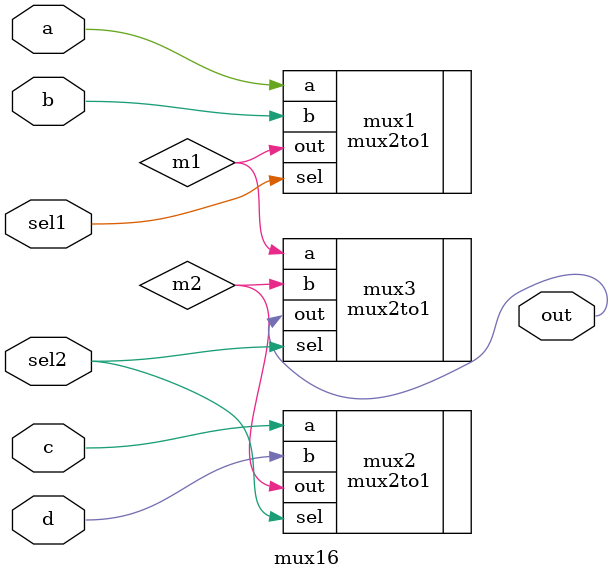
<source format=v>
`timescale 1ns / 1ps


module mux16(a,b,c,d,sel1, sel2,out);
    input a , b, c, d, sel1, sel2;
    output out;
    
    wire m1;
    mux2to1 mux1 (
    .a(a),
    .b(b),
    .sel(sel1), 
    .out(m1));
    
    wire m2;
    mux2to1 mux2 (
    .a(c),
    .b(d),
    .sel(sel2), 
    .out(m2));
    
    mux2to1 mux3 (
    .a(m1),
    .b(m2),
    .sel(sel2), 
    .out(out));
    
    
endmodule

</source>
